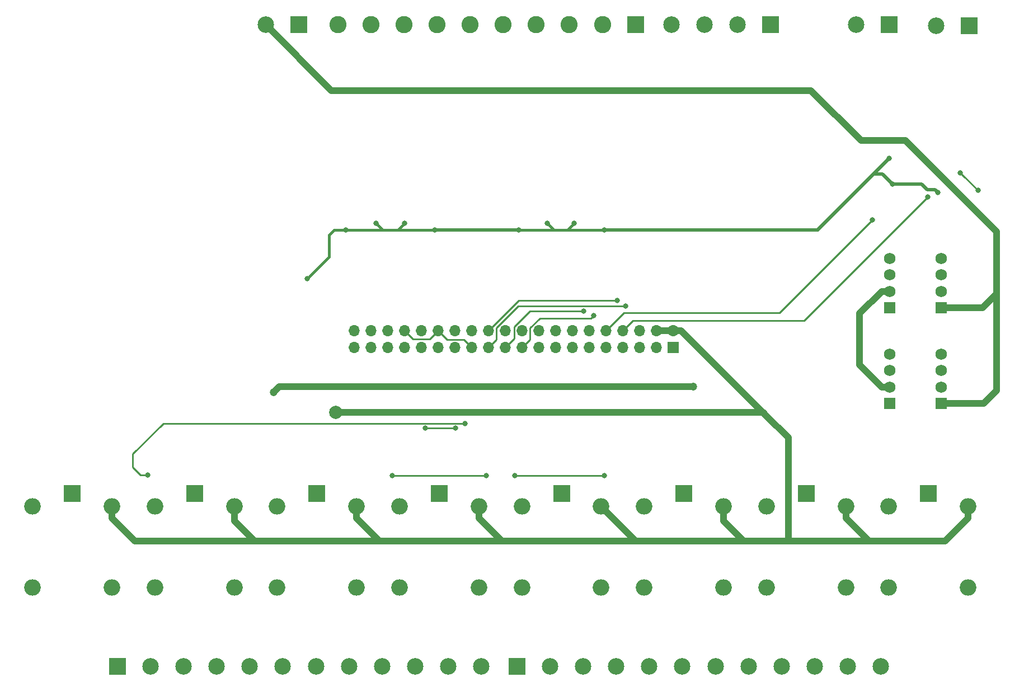
<source format=gbr>
G04 #@! TF.GenerationSoftware,KiCad,Pcbnew,5.1.2-f72e74a~84~ubuntu18.04.1*
G04 #@! TF.CreationDate,2019-07-22T16:22:56+05:30*
G04 #@! TF.ProjectId,openPlc_Rpi,6f70656e-506c-4635-9f52-70692e6b6963,rev?*
G04 #@! TF.SameCoordinates,Original*
G04 #@! TF.FileFunction,Copper,L2,Bot*
G04 #@! TF.FilePolarity,Positive*
%FSLAX46Y46*%
G04 Gerber Fmt 4.6, Leading zero omitted, Abs format (unit mm)*
G04 Created by KiCad (PCBNEW 5.1.2-f72e74a~84~ubuntu18.04.1) date 2019-07-22 16:22:56*
%MOMM*%
%LPD*%
G04 APERTURE LIST*
%ADD10C,2.600000*%
%ADD11R,2.600000X2.600000*%
%ADD12R,2.500000X2.500000*%
%ADD13C,2.500000*%
%ADD14O,2.500000X2.500000*%
%ADD15O,1.700000X1.700000*%
%ADD16R,1.700000X1.700000*%
%ADD17R,1.750000X1.750000*%
%ADD18C,1.750000*%
%ADD19C,2.000000*%
%ADD20C,0.800000*%
%ADD21C,1.200000*%
%ADD22C,1.000000*%
%ADD23C,0.400000*%
%ADD24C,0.500000*%
%ADD25C,0.250000*%
G04 APERTURE END LIST*
D10*
X86180000Y-53050556D03*
X91180000Y-53050556D03*
X96180000Y-53050556D03*
X101180000Y-53050556D03*
X106180000Y-53050556D03*
X111180000Y-53050556D03*
X116180000Y-53050556D03*
X121180000Y-53050556D03*
X126180000Y-53050556D03*
D11*
X131180000Y-53050556D03*
D12*
X181700000Y-53175000D03*
D13*
X176700000Y-53175000D03*
D12*
X169550000Y-53050000D03*
D13*
X164550000Y-53050000D03*
D12*
X157008284Y-123952000D03*
D14*
X151008284Y-125952000D03*
X151008284Y-138152000D03*
X163008284Y-138152000D03*
X163008284Y-125952000D03*
D12*
X101491142Y-123952000D03*
D14*
X95491142Y-125952000D03*
X95491142Y-138152000D03*
X107491142Y-138152000D03*
X107491142Y-125952000D03*
D12*
X82985428Y-123952000D03*
D14*
X76985428Y-125952000D03*
X76985428Y-138152000D03*
X88985428Y-138152000D03*
X88985428Y-125952000D03*
D13*
X57832000Y-150114000D03*
D12*
X52832000Y-150114000D03*
D13*
X62832000Y-150114000D03*
X67832000Y-150114000D03*
X72832000Y-150114000D03*
X77832000Y-150114000D03*
X82832000Y-150114000D03*
X87832000Y-150114000D03*
X92832000Y-150114000D03*
X97832000Y-150114000D03*
X102832000Y-150114000D03*
X107832000Y-150114000D03*
D12*
X45974000Y-123952000D03*
D14*
X39974000Y-125952000D03*
X39974000Y-138152000D03*
X51974000Y-138152000D03*
X51974000Y-125952000D03*
D12*
X119996856Y-123952000D03*
D14*
X113996856Y-125952000D03*
X113996856Y-138152000D03*
X125996856Y-138152000D03*
X125996856Y-125952000D03*
D12*
X138502570Y-123952000D03*
D14*
X132502570Y-125952000D03*
X132502570Y-138152000D03*
X144502570Y-138152000D03*
X144502570Y-125952000D03*
D12*
X175514000Y-123952000D03*
D14*
X169514000Y-125952000D03*
X169514000Y-138152000D03*
X181514000Y-138152000D03*
X181514000Y-125952000D03*
D12*
X64479714Y-123952000D03*
D14*
X58479714Y-125952000D03*
X58479714Y-138152000D03*
X70479714Y-138152000D03*
X70479714Y-125952000D03*
D15*
X88646000Y-99314000D03*
X88646000Y-101854000D03*
X91186000Y-99314000D03*
X91186000Y-101854000D03*
X93726000Y-99314000D03*
X93726000Y-101854000D03*
X96266000Y-99314000D03*
X96266000Y-101854000D03*
X98806000Y-99314000D03*
X98806000Y-101854000D03*
X101346000Y-99314000D03*
X101346000Y-101854000D03*
X103886000Y-99314000D03*
X103886000Y-101854000D03*
X106426000Y-99314000D03*
X106426000Y-101854000D03*
X108966000Y-99314000D03*
X108966000Y-101854000D03*
X111506000Y-99314000D03*
X111506000Y-101854000D03*
X114046000Y-99314000D03*
X114046000Y-101854000D03*
X116586000Y-99314000D03*
X116586000Y-101854000D03*
X119126000Y-99314000D03*
X119126000Y-101854000D03*
X121666000Y-99314000D03*
X121666000Y-101854000D03*
X124206000Y-99314000D03*
X124206000Y-101854000D03*
X126746000Y-99314000D03*
X126746000Y-101854000D03*
X129286000Y-99314000D03*
X129286000Y-101854000D03*
X131826000Y-99314000D03*
X131826000Y-101854000D03*
X134366000Y-99314000D03*
X134366000Y-101854000D03*
X136906000Y-99314000D03*
D16*
X136906000Y-101854000D03*
D13*
X118284000Y-150114000D03*
D12*
X113284000Y-150114000D03*
D13*
X123284000Y-150114000D03*
X128284000Y-150114000D03*
X133284000Y-150114000D03*
X138284000Y-150114000D03*
X143284000Y-150114000D03*
X148284000Y-150114000D03*
X153284000Y-150114000D03*
X158284000Y-150114000D03*
X163284000Y-150114000D03*
X168284000Y-150114000D03*
D12*
X80264000Y-53050556D03*
D13*
X75264000Y-53050556D03*
X136638000Y-53050556D03*
X141638000Y-53050556D03*
D12*
X151638000Y-53050556D03*
D13*
X146638000Y-53050556D03*
D17*
X169675001Y-110349999D03*
D18*
X169675001Y-107849999D03*
X169675001Y-105349999D03*
X169675001Y-102849999D03*
X177475001Y-102849999D03*
X177475001Y-105349999D03*
X177475001Y-107849999D03*
D17*
X177475001Y-110349999D03*
X169675001Y-95899999D03*
D18*
X169675001Y-93399999D03*
X169675001Y-90899999D03*
X169675001Y-88399999D03*
X177475001Y-88399999D03*
X177475001Y-90899999D03*
X177475001Y-93399999D03*
D17*
X177475001Y-95899999D03*
D19*
X85849568Y-111724990D03*
D20*
X87376000Y-84074000D03*
X100838000Y-84074000D03*
X91948000Y-83058000D03*
X96266000Y-83058000D03*
X113538000Y-84074000D03*
X126492000Y-84074000D03*
X117856000Y-83058000D03*
X121920000Y-83058000D03*
X81534000Y-91440000D03*
X169600000Y-73250000D03*
X170050000Y-77150000D03*
X176950000Y-78400000D03*
X128397000Y-94742000D03*
X129667000Y-95631000D03*
X123317000Y-96393000D03*
X124841000Y-97028000D03*
X94361000Y-121285000D03*
X108585000Y-121285000D03*
X112903000Y-121285000D03*
X126492000Y-121285000D03*
X57404000Y-121158000D03*
X105350000Y-113350000D03*
X180350000Y-75450000D03*
X183000000Y-78100000D03*
D21*
X76450000Y-108650000D03*
X139925000Y-107800000D03*
D20*
X103950000Y-114100000D03*
X99400000Y-114100000D03*
X175450000Y-79100000D03*
X167025000Y-82550000D03*
D22*
X178042766Y-131191000D02*
X177546000Y-131191000D01*
X181514000Y-127719766D02*
X178042766Y-131191000D01*
X181514000Y-125952000D02*
X181514000Y-127719766D01*
X51974000Y-125952000D02*
X51974000Y-127719766D01*
X55445234Y-131191000D02*
X56642000Y-131191000D01*
X51974000Y-127719766D02*
X55445234Y-131191000D01*
X70479714Y-125952000D02*
X70479714Y-128137714D01*
X70479714Y-128137714D02*
X73533000Y-131191000D01*
X56642000Y-131191000D02*
X73533000Y-131191000D01*
X92329000Y-131063338D02*
X92329000Y-131191000D01*
X88985428Y-125952000D02*
X88985428Y-127719766D01*
X73533000Y-131191000D02*
X92329000Y-131191000D01*
X88985428Y-127719766D02*
X92329000Y-131063338D01*
X92329000Y-131191000D02*
X94234000Y-131191000D01*
X110962376Y-131191000D02*
X112014000Y-131191000D01*
X107491142Y-125952000D02*
X107491142Y-127719766D01*
X107491142Y-127719766D02*
X110962376Y-131191000D01*
X94234000Y-131191000D02*
X112014000Y-131191000D01*
X131235856Y-131191000D02*
X131953000Y-131191000D01*
X125996856Y-125952000D02*
X131235856Y-131191000D01*
X112014000Y-131191000D02*
X131953000Y-131191000D01*
X144502570Y-128119570D02*
X147574000Y-131191000D01*
X144502570Y-125952000D02*
X144502570Y-128119570D01*
X131953000Y-131191000D02*
X147574000Y-131191000D01*
X166479518Y-131191000D02*
X166878000Y-131191000D01*
X163008284Y-127719766D02*
X166479518Y-131191000D01*
X163008284Y-125952000D02*
X163008284Y-127719766D01*
X166878000Y-131191000D02*
X177546000Y-131191000D01*
X134366000Y-99314000D02*
X136906000Y-99314000D01*
X136906000Y-99314000D02*
X138108081Y-99314000D01*
X147574000Y-131191000D02*
X154305000Y-131191000D01*
X154305000Y-115510919D02*
X154305000Y-131191000D01*
X154305000Y-131191000D02*
X166878000Y-131191000D01*
X138108081Y-99314000D02*
X150969040Y-112174960D01*
X150969040Y-112174960D02*
X154305000Y-115510919D01*
X87263781Y-111724990D02*
X85849568Y-111724990D01*
X150519070Y-111724990D02*
X87263781Y-111724990D01*
X150969040Y-112174960D02*
X150519070Y-111724990D01*
D23*
X92964000Y-84074000D02*
X93726000Y-84074000D01*
X91948000Y-83058000D02*
X92964000Y-84074000D01*
X87376000Y-84074000D02*
X93726000Y-84074000D01*
X93726000Y-84074000D02*
X93980000Y-84074000D01*
X95250000Y-84074000D02*
X96266000Y-83058000D01*
X94742000Y-84074000D02*
X95250000Y-84074000D01*
X93980000Y-84074000D02*
X94742000Y-84074000D01*
X94742000Y-84074000D02*
X100838000Y-84074000D01*
X117856000Y-83058000D02*
X118872000Y-84074000D01*
X113538000Y-84074000D02*
X119380000Y-84074000D01*
X118872000Y-84074000D02*
X119380000Y-84074000D01*
X121920000Y-83058000D02*
X120904000Y-84074000D01*
X119380000Y-84074000D02*
X120396000Y-84074000D01*
X120904000Y-84074000D02*
X120396000Y-84074000D01*
X120396000Y-84074000D02*
X126492000Y-84074000D01*
X85598000Y-84074000D02*
X87376000Y-84074000D01*
X81534000Y-91440000D02*
X84836000Y-88138000D01*
X84836000Y-84836000D02*
X85598000Y-84074000D01*
X84836000Y-88138000D02*
X84836000Y-84836000D01*
D24*
X100838000Y-84074000D02*
X113538000Y-84074000D01*
X126492000Y-84074000D02*
X158776000Y-84074000D01*
X158776000Y-84074000D02*
X158825000Y-84025000D01*
X168550000Y-75650000D02*
X167200000Y-75650000D01*
X170050000Y-77150000D02*
X168550000Y-75650000D01*
X158825000Y-84025000D02*
X167200000Y-75650000D01*
X167200000Y-75650000D02*
X169600000Y-73250000D01*
X176550001Y-78000001D02*
X175350001Y-78000001D01*
X176950000Y-78400000D02*
X176550001Y-78000001D01*
X174500000Y-77150000D02*
X170050000Y-77150000D01*
X175350001Y-78000001D02*
X174500000Y-77150000D01*
D25*
X108966000Y-99314000D02*
X113538000Y-94742000D01*
X113538000Y-94742000D02*
X126111000Y-94742000D01*
X126111000Y-94742000D02*
X128397000Y-94742000D01*
X110141001Y-98939997D02*
X113449998Y-95631000D01*
X108966000Y-101854000D02*
X110141001Y-100678999D01*
X110141001Y-100678999D02*
X110141001Y-98939997D01*
X113449998Y-95631000D02*
X126492000Y-95631000D01*
X126492000Y-95631000D02*
X129667000Y-95631000D01*
X112870999Y-100489001D02*
X112870999Y-98749999D01*
X115227998Y-96393000D02*
X123317000Y-96393000D01*
X112870999Y-98749999D02*
X115227998Y-96393000D01*
X111506000Y-101854000D02*
X112870999Y-100489001D01*
X123571000Y-96393000D02*
X123317000Y-96393000D01*
X115221001Y-98939997D02*
X115221001Y-100678999D01*
X116732999Y-97427999D02*
X115221001Y-98939997D01*
X115221001Y-100678999D02*
X114046000Y-101854000D01*
X124441001Y-97427999D02*
X116732999Y-97427999D01*
X124841000Y-97028000D02*
X124441001Y-97427999D01*
D22*
X75264000Y-53050556D02*
X85188444Y-62975000D01*
X85188444Y-62975000D02*
X157750000Y-62975000D01*
X157750000Y-62975000D02*
X165350000Y-70575000D01*
X165350000Y-70575000D02*
X172025000Y-70575000D01*
X172025000Y-70575000D02*
X185825000Y-84375000D01*
X185825000Y-84375000D02*
X185825000Y-93775000D01*
X183700001Y-95899999D02*
X177475001Y-95899999D01*
X185825000Y-93775000D02*
X183700001Y-95899999D01*
X185825000Y-93775000D02*
X185825000Y-108400000D01*
X183875001Y-110349999D02*
X177475001Y-110349999D01*
X185825000Y-108400000D02*
X183875001Y-110349999D01*
D25*
X108585000Y-121285000D02*
X94361000Y-121285000D01*
X126492000Y-121285000D02*
X112903000Y-121285000D01*
X56261000Y-121158000D02*
X57404000Y-121158000D01*
X55118000Y-117983000D02*
X55118000Y-120015000D01*
X59751000Y-113350000D02*
X55118000Y-117983000D01*
X105350000Y-113350000D02*
X59751000Y-113350000D01*
X55118000Y-120015000D02*
X56261000Y-121158000D01*
X96266000Y-99314000D02*
X97536000Y-100584000D01*
X100076000Y-100584000D02*
X101346000Y-99314000D01*
X97536000Y-100584000D02*
X100076000Y-100584000D01*
X102710999Y-100678999D02*
X101346000Y-99314000D01*
X106426000Y-101854000D02*
X105250999Y-100678999D01*
X105250999Y-100678999D02*
X102710999Y-100678999D01*
X180350000Y-75450000D02*
X180749999Y-75849999D01*
X180749999Y-75849999D02*
X183000000Y-78100000D01*
D22*
X76450000Y-108650000D02*
X77300000Y-107800000D01*
X77300000Y-107800000D02*
X139925000Y-107800000D01*
X165100000Y-104512434D02*
X165100000Y-96737564D01*
X165100000Y-96737564D02*
X168437565Y-93399999D01*
X169675001Y-107849999D02*
X168437565Y-107849999D01*
X168437565Y-107849999D02*
X165100000Y-104512434D01*
X168437565Y-93399999D02*
X169675001Y-93399999D01*
D25*
X103950000Y-114100000D02*
X103384315Y-114100000D01*
X103384315Y-114100000D02*
X99400000Y-114100000D01*
X129286000Y-99314000D02*
X130761001Y-97838999D01*
X156711001Y-97838999D02*
X175450000Y-79100000D01*
X153211001Y-97838999D02*
X156711001Y-97838999D01*
X130761001Y-97838999D02*
X153211001Y-97838999D01*
X126746000Y-99314000D02*
X129435000Y-96625000D01*
X152950000Y-96625000D02*
X167025000Y-82550000D01*
X129435000Y-96625000D02*
X147425000Y-96625000D01*
X147425000Y-96625000D02*
X152950000Y-96625000D01*
M02*

</source>
